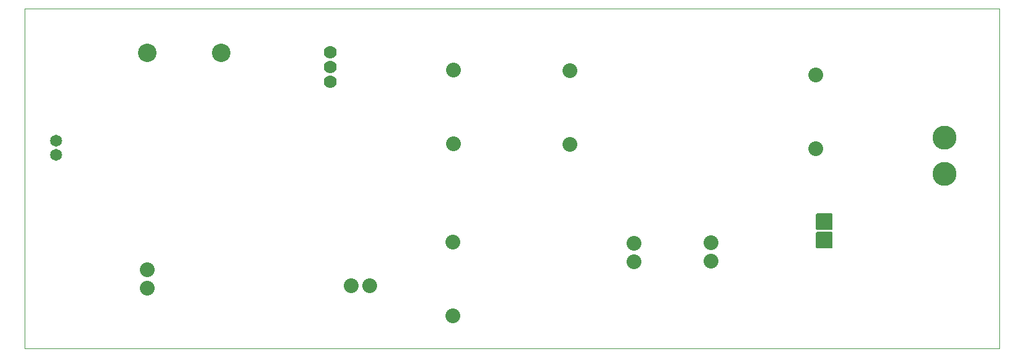
<source format=gbr>
G04 PROTEUS GERBER X2 FILE*
%TF.GenerationSoftware,Labcenter,Proteus,8.17-SP2-Build37159*%
%TF.CreationDate,2024-06-20T16:09:20+00:00*%
%TF.FileFunction,Soldermask,Bot*%
%TF.FilePolarity,Negative*%
%TF.Part,Single*%
%TF.SameCoordinates,{d690fe0b-f5ba-4302-a425-257792fcdbd5}*%
%FSLAX45Y45*%
%MOMM*%
G01*
%TA.AperFunction,Material*%
%ADD20C,1.778000*%
%TA.AperFunction,Material*%
%ADD21C,2.540000*%
%ADD22C,2.032000*%
%AMPPAD015*
4,1,36,
-1.143000,-1.016000,
-1.143000,1.016000,
-1.140420,1.041590,
-1.133020,1.065430,
-1.121310,1.087000,
-1.105800,1.105800,
-1.087000,1.121310,
-1.065430,1.133020,
-1.041590,1.140420,
-1.016000,1.143000,
1.016000,1.143000,
1.041590,1.140420,
1.065430,1.133020,
1.087000,1.121310,
1.105800,1.105800,
1.121310,1.087000,
1.133020,1.065430,
1.140420,1.041590,
1.143000,1.016000,
1.143000,-1.016000,
1.140420,-1.041590,
1.133020,-1.065430,
1.121310,-1.087000,
1.105800,-1.105800,
1.087000,-1.121310,
1.065430,-1.133020,
1.041590,-1.140420,
1.016000,-1.143000,
-1.016000,-1.143000,
-1.041590,-1.140420,
-1.065430,-1.133020,
-1.087000,-1.121310,
-1.105800,-1.105800,
-1.121310,-1.087000,
-1.133020,-1.065430,
-1.140420,-1.041590,
-1.143000,-1.016000,
0*%
%ADD23PPAD015*%
%ADD24C,3.302000*%
%ADD25C,1.651000*%
%TA.AperFunction,Profile*%
%ADD16C,0.101600*%
%TD.AperFunction*%
D20*
X-2350000Y+2106800D03*
X-2350000Y+2310000D03*
X-2350000Y+2513200D03*
D21*
X-4866000Y+2510000D03*
X-3850000Y+2510000D03*
D22*
X-4870000Y-481000D03*
X-4870000Y-735000D03*
X-2060000Y-700000D03*
X-1806000Y-700000D03*
X-655000Y+2270000D03*
X-655000Y+1254000D03*
X-665000Y-100000D03*
X-665000Y-1116000D03*
X+940000Y+1244000D03*
X+940000Y+2260000D03*
X+1820000Y-120000D03*
X+1820000Y-374000D03*
X+2880000Y-110000D03*
X+2880000Y-364000D03*
X+4320000Y+1190000D03*
X+4320000Y+2206000D03*
D23*
X+4440000Y-70000D03*
X+4440000Y+184000D03*
D24*
X+6090000Y+1340000D03*
X+6090000Y+839620D03*
D25*
X-6120000Y+1300000D03*
X-6120000Y+1100000D03*
D16*
X-6550000Y-1560000D02*
X+6840000Y-1560000D01*
X+6840000Y+3120000D01*
X-6550000Y+3120000D01*
X-6550000Y-1560000D01*
M02*

</source>
